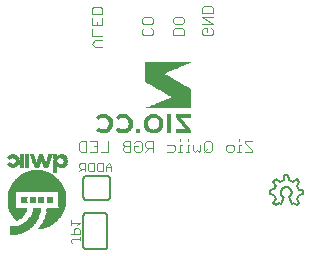
<source format=gbr>
G04 EAGLE Gerber RS-274X export*
G75*
%MOMM*%
%FSLAX34Y34*%
%LPD*%
%AMOC8*
5,1,8,0,0,1.08239X$1,22.5*%
G01*
%ADD10C,0.101600*%
%ADD11C,0.076200*%
%ADD12C,0.152400*%
%ADD13R,0.120000X0.020000*%
%ADD14R,0.340000X0.020000*%
%ADD15R,0.320000X0.020000*%
%ADD16R,0.140000X0.020000*%
%ADD17R,0.280000X0.020000*%
%ADD18R,0.360000X0.020000*%
%ADD19R,0.420000X0.020000*%
%ADD20R,0.380000X0.020000*%
%ADD21R,0.480000X0.020000*%
%ADD22R,0.540000X0.020000*%
%ADD23R,0.560000X0.020000*%
%ADD24R,0.400000X0.020000*%
%ADD25R,0.640000X0.020000*%
%ADD26R,0.620000X0.020000*%
%ADD27R,0.700000X0.020000*%
%ADD28R,0.660000X0.020000*%
%ADD29R,0.740000X0.020000*%
%ADD30R,1.080000X0.020000*%
%ADD31R,0.800000X0.020000*%
%ADD32R,1.100000X0.020000*%
%ADD33R,0.440000X0.020000*%
%ADD34R,0.840000X0.020000*%
%ADD35R,1.120000X0.020000*%
%ADD36R,0.460000X0.020000*%
%ADD37R,0.860000X0.020000*%
%ADD38R,0.900000X0.020000*%
%ADD39R,1.140000X0.020000*%
%ADD40R,0.920000X0.020000*%
%ADD41R,1.160000X0.020000*%
%ADD42R,0.960000X0.020000*%
%ADD43R,0.500000X0.020000*%
%ADD44R,0.520000X0.020000*%
%ADD45R,0.940000X0.020000*%
%ADD46R,0.260000X0.020000*%
%ADD47R,0.180000X0.020000*%
%ADD48R,0.580000X0.020000*%
%ADD49R,0.060000X0.020000*%
%ADD50R,0.600000X0.020000*%
%ADD51R,0.300000X0.020000*%
%ADD52R,0.040000X0.020000*%
%ADD53R,0.100000X0.020000*%
%ADD54R,0.160000X0.020000*%
%ADD55R,0.220000X0.020000*%
%ADD56R,0.980000X0.020000*%
%ADD57R,0.880000X0.020000*%
%ADD58R,0.760000X0.020000*%
%ADD59R,1.060000X0.020000*%
%ADD60R,0.720000X0.020000*%
%ADD61R,0.820000X0.020000*%
%ADD62R,1.180000X0.020000*%
%ADD63R,1.340000X0.020000*%
%ADD64R,1.460000X0.020000*%
%ADD65R,1.600000X0.020000*%
%ADD66R,1.700000X0.020000*%
%ADD67R,1.820000X0.020000*%
%ADD68R,1.900000X0.020000*%
%ADD69R,1.980000X0.020000*%
%ADD70R,2.100000X0.020000*%
%ADD71R,2.160000X0.020000*%
%ADD72R,2.260000X0.020000*%
%ADD73R,2.340000X0.020000*%
%ADD74R,2.400000X0.020000*%
%ADD75R,2.480000X0.020000*%
%ADD76R,2.540000X0.020000*%
%ADD77R,2.600000X0.020000*%
%ADD78R,2.680000X0.020000*%
%ADD79R,2.720000X0.020000*%
%ADD80R,2.800000X0.020000*%
%ADD81R,2.840000X0.020000*%
%ADD82R,2.900000X0.020000*%
%ADD83R,2.960000X0.020000*%
%ADD84R,3.000000X0.020000*%
%ADD85R,3.060000X0.020000*%
%ADD86R,3.120000X0.020000*%
%ADD87R,3.160000X0.020000*%
%ADD88R,3.200000X0.020000*%
%ADD89R,3.260000X0.020000*%
%ADD90R,3.300000X0.020000*%
%ADD91R,3.340000X0.020000*%
%ADD92R,3.380000X0.020000*%
%ADD93R,3.420000X0.020000*%
%ADD94R,3.460000X0.020000*%
%ADD95R,3.520000X0.020000*%
%ADD96R,3.540000X0.020000*%
%ADD97R,3.580000X0.020000*%
%ADD98R,3.620000X0.020000*%
%ADD99R,3.660000X0.020000*%
%ADD100R,3.700000X0.020000*%
%ADD101R,3.740000X0.020000*%
%ADD102R,3.780000X0.020000*%
%ADD103R,3.800000X0.020000*%
%ADD104R,3.840000X0.020000*%
%ADD105R,3.860000X0.020000*%
%ADD106R,3.900000X0.020000*%
%ADD107R,3.940000X0.020000*%
%ADD108R,3.960000X0.020000*%
%ADD109R,3.980000X0.020000*%
%ADD110R,4.020000X0.020000*%
%ADD111R,4.060000X0.020000*%
%ADD112R,4.080000X0.020000*%
%ADD113R,4.100000X0.020000*%
%ADD114R,4.120000X0.020000*%
%ADD115R,4.160000X0.020000*%
%ADD116R,4.180000X0.020000*%
%ADD117R,4.200000X0.020000*%
%ADD118R,4.240000X0.020000*%
%ADD119R,4.260000X0.020000*%
%ADD120R,4.280000X0.020000*%
%ADD121R,4.300000X0.020000*%
%ADD122R,4.320000X0.020000*%
%ADD123R,4.340000X0.020000*%
%ADD124R,4.380000X0.020000*%
%ADD125R,4.400000X0.020000*%
%ADD126R,4.440000X0.020000*%
%ADD127R,4.460000X0.020000*%
%ADD128R,4.500000X0.020000*%
%ADD129R,4.520000X0.020000*%
%ADD130R,4.540000X0.020000*%
%ADD131R,4.560000X0.020000*%
%ADD132R,4.580000X0.020000*%
%ADD133R,4.600000X0.020000*%
%ADD134R,4.620000X0.020000*%
%ADD135R,4.640000X0.020000*%
%ADD136R,4.660000X0.020000*%
%ADD137R,4.680000X0.020000*%
%ADD138R,4.700000X0.020000*%
%ADD139R,4.720000X0.020000*%
%ADD140R,4.740000X0.020000*%
%ADD141R,0.680000X0.020000*%
%ADD142R,1.480000X0.020000*%
%ADD143R,1.580000X0.020000*%
%ADD144R,1.560000X0.020000*%
%ADD145R,1.540000X0.020000*%
%ADD146R,1.520000X0.020000*%
%ADD147R,1.500000X0.020000*%
%ADD148R,1.440000X0.020000*%
%ADD149R,1.400000X0.020000*%
%ADD150R,1.420000X0.020000*%
%ADD151R,1.380000X0.020000*%
%ADD152R,1.360000X0.020000*%
%ADD153R,1.320000X0.020000*%
%ADD154R,1.300000X0.020000*%
%ADD155R,1.260000X0.020000*%
%ADD156R,1.220000X0.020000*%
%ADD157R,1.200000X0.020000*%
%ADD158R,1.040000X0.020000*%
%ADD159R,1.020000X0.020000*%
%ADD160R,1.000000X0.020000*%
%ADD161R,1.280000X0.020000*%
%ADD162R,0.780000X0.020000*%
%ADD163R,1.240000X0.020000*%
%ADD164R,0.020000X0.020000*%
%ADD165R,1.840000X0.020000*%
%ADD166R,1.800000X0.020000*%
%ADD167R,1.780000X0.020000*%
%ADD168R,1.760000X0.020000*%
%ADD169R,1.740000X0.020000*%
%ADD170R,1.680000X0.020000*%
%ADD171R,1.660000X0.020000*%
%ADD172R,1.620000X0.020000*%

G36*
X163770Y165070D02*
X163770Y165070D01*
X163770Y165071D01*
X163771Y165072D01*
X163766Y166433D01*
X163763Y167793D01*
X163758Y169155D01*
X163753Y170516D01*
X163748Y171878D01*
X163744Y173238D01*
X163739Y174600D01*
X163734Y175961D01*
X163731Y177323D01*
X163726Y178683D01*
X163721Y180045D01*
X163717Y181406D01*
X163712Y181411D01*
X163711Y181416D01*
X162488Y182126D01*
X161264Y182835D01*
X160042Y183545D01*
X158820Y184255D01*
X157597Y184964D01*
X156375Y185674D01*
X155151Y186383D01*
X153928Y187093D01*
X152706Y187803D01*
X151455Y188528D01*
X150206Y189254D01*
X148955Y189979D01*
X147705Y190703D01*
X146456Y191428D01*
X145205Y192154D01*
X143956Y192878D01*
X142705Y193602D01*
X141472Y194315D01*
X142764Y195054D01*
X144215Y195685D01*
X145671Y196306D01*
X147129Y196922D01*
X148587Y197536D01*
X150046Y198149D01*
X151506Y198762D01*
X152913Y199353D01*
X154319Y199943D01*
X155726Y200534D01*
X157131Y201124D01*
X158539Y201715D01*
X159945Y202305D01*
X161350Y202896D01*
X162757Y203486D01*
X163709Y203890D01*
X163712Y203895D01*
X163716Y203899D01*
X163715Y203901D01*
X163716Y203904D01*
X163709Y203907D01*
X163705Y203913D01*
X159229Y203913D01*
X157739Y203914D01*
X150281Y203914D01*
X148788Y203916D01*
X139838Y203916D01*
X139078Y203917D01*
X139049Y203917D01*
X138347Y203917D01*
X130889Y203917D01*
X129397Y203919D01*
X124922Y203919D01*
X124910Y203909D01*
X124911Y203908D01*
X124910Y203907D01*
X124910Y202545D01*
X124912Y201183D01*
X124912Y199819D01*
X124913Y198457D01*
X124913Y197095D01*
X124915Y195733D01*
X124915Y194369D01*
X124916Y193007D01*
X124916Y191645D01*
X124918Y190283D01*
X124920Y188921D01*
X124920Y187557D01*
X124925Y187552D01*
X124926Y187547D01*
X126213Y186802D01*
X127502Y186058D01*
X128789Y185312D01*
X130077Y184567D01*
X131366Y183821D01*
X132653Y183077D01*
X133941Y182332D01*
X135189Y181610D01*
X136436Y180889D01*
X137683Y180167D01*
X138930Y179444D01*
X140178Y178724D01*
X141426Y178001D01*
X142672Y177279D01*
X143920Y176557D01*
X145166Y175834D01*
X146240Y175198D01*
X147212Y174487D01*
X145853Y173908D01*
X144472Y173325D01*
X143093Y172744D01*
X140330Y171582D01*
X138949Y171003D01*
X137568Y170422D01*
X136187Y169842D01*
X134804Y169263D01*
X133420Y168682D01*
X132037Y168101D01*
X130655Y167518D01*
X129272Y166936D01*
X127889Y166353D01*
X126508Y165769D01*
X125128Y165180D01*
X125126Y165174D01*
X125121Y165171D01*
X125123Y165169D01*
X125122Y165166D01*
X125128Y165162D01*
X125133Y165157D01*
X126609Y165120D01*
X128089Y165106D01*
X129569Y165097D01*
X131050Y165089D01*
X132529Y165084D01*
X134009Y165078D01*
X135488Y165074D01*
X136968Y165071D01*
X138447Y165068D01*
X139927Y165065D01*
X141407Y165063D01*
X142888Y165063D01*
X144367Y165062D01*
X154808Y165062D01*
X156300Y165060D01*
X163759Y165060D01*
X163770Y165070D01*
G37*
G36*
X132291Y143933D02*
X132291Y143933D01*
X132292Y143932D01*
X133310Y144016D01*
X133653Y144045D01*
X133654Y144046D01*
X133655Y144045D01*
X134976Y144409D01*
X134976Y144410D01*
X134977Y144409D01*
X136228Y144970D01*
X136229Y144971D01*
X136230Y144971D01*
X137371Y145728D01*
X137372Y145729D01*
X137373Y145729D01*
X138373Y146666D01*
X138373Y146667D01*
X138374Y146667D01*
X139197Y147763D01*
X139197Y147764D01*
X139198Y147764D01*
X139819Y148985D01*
X139818Y148987D01*
X139819Y148987D01*
X140173Y150171D01*
X140173Y150173D01*
X140174Y150173D01*
X140186Y150258D01*
X140188Y150270D01*
X140190Y150282D01*
X140191Y150294D01*
X140193Y150306D01*
X140214Y150449D01*
X140216Y150461D01*
X140218Y150473D01*
X140219Y150485D01*
X140220Y150485D01*
X140221Y150497D01*
X140241Y150628D01*
X140242Y150640D01*
X140244Y150652D01*
X140246Y150664D01*
X140248Y150676D01*
X140267Y150807D01*
X140269Y150819D01*
X140270Y150831D01*
X140272Y150843D01*
X140274Y150855D01*
X140293Y150986D01*
X140295Y150998D01*
X140297Y151010D01*
X140298Y151022D01*
X140300Y151034D01*
X140321Y151177D01*
X140323Y151189D01*
X140325Y151201D01*
X140326Y151213D01*
X140328Y151225D01*
X140347Y151356D01*
X140349Y151368D01*
X140351Y151380D01*
X140353Y151392D01*
X140353Y151396D01*
X140353Y151397D01*
X140380Y152634D01*
X140380Y152635D01*
X140233Y153863D01*
X140231Y153864D01*
X140232Y153865D01*
X139769Y155316D01*
X139767Y155316D01*
X139768Y155318D01*
X139033Y156653D01*
X139031Y156653D01*
X139031Y156655D01*
X138066Y157834D01*
X138065Y157834D01*
X138065Y157836D01*
X136903Y158822D01*
X136901Y158822D01*
X136901Y158823D01*
X135578Y159580D01*
X135577Y159580D01*
X135577Y159581D01*
X134419Y160019D01*
X134418Y160018D01*
X134417Y160020D01*
X133311Y160205D01*
X133198Y160224D01*
X133197Y160224D01*
X133196Y160225D01*
X133131Y160227D01*
X133130Y160227D01*
X132759Y160239D01*
X132758Y160239D01*
X132387Y160251D01*
X132386Y160251D01*
X132015Y160262D01*
X132015Y160263D01*
X132014Y160263D01*
X131960Y160264D01*
X131959Y160264D01*
X131863Y160263D01*
X131861Y160263D01*
X131861Y160262D01*
X131204Y160251D01*
X131203Y160251D01*
X130734Y160242D01*
X130733Y160241D01*
X130732Y160242D01*
X129528Y160024D01*
X129527Y160023D01*
X129526Y160024D01*
X128236Y159544D01*
X128235Y159543D01*
X128234Y159544D01*
X127034Y158866D01*
X127033Y158864D01*
X127032Y158865D01*
X125964Y157995D01*
X125963Y157993D01*
X125962Y157993D01*
X125061Y156952D01*
X125061Y156950D01*
X125059Y156950D01*
X124348Y155771D01*
X124348Y155769D01*
X124347Y155769D01*
X123836Y154489D01*
X123837Y154488D01*
X123835Y154487D01*
X123612Y153312D01*
X123612Y153311D01*
X123611Y153310D01*
X123592Y152109D01*
X123593Y152108D01*
X123592Y152108D01*
X123623Y150875D01*
X123624Y150874D01*
X123623Y150872D01*
X123883Y149672D01*
X123884Y149671D01*
X123884Y149670D01*
X124385Y148446D01*
X124387Y148446D01*
X124386Y148445D01*
X125083Y147322D01*
X125085Y147322D01*
X125084Y147321D01*
X125959Y146330D01*
X125960Y146330D01*
X125960Y146329D01*
X127038Y145421D01*
X127040Y145421D01*
X127040Y145420D01*
X128256Y144708D01*
X128257Y144709D01*
X128258Y144707D01*
X129577Y144214D01*
X129579Y144214D01*
X129579Y144213D01*
X130926Y143988D01*
X130927Y143988D01*
X132291Y143932D01*
X132291Y143933D01*
G37*
G36*
X163875Y144223D02*
X163875Y144223D01*
X163874Y144224D01*
X163875Y144225D01*
X163875Y146838D01*
X163872Y146842D01*
X163872Y146846D01*
X163004Y147854D01*
X162137Y148863D01*
X161269Y149872D01*
X160401Y150881D01*
X159534Y151889D01*
X158662Y152904D01*
X157791Y153921D01*
X156921Y154937D01*
X156053Y155956D01*
X155211Y156966D01*
X156579Y157003D01*
X157972Y157015D01*
X159366Y157018D01*
X163546Y157018D01*
X163558Y157028D01*
X163557Y157029D01*
X163558Y157030D01*
X163558Y160098D01*
X163547Y160110D01*
X163546Y160110D01*
X150636Y160110D01*
X150624Y160100D01*
X150625Y160099D01*
X150624Y160098D01*
X150624Y157400D01*
X150628Y157396D01*
X150627Y157392D01*
X151491Y156387D01*
X152356Y155380D01*
X153221Y154376D01*
X154085Y153371D01*
X154950Y152366D01*
X155815Y151359D01*
X156679Y150354D01*
X157544Y149350D01*
X158409Y148343D01*
X159256Y147358D01*
X158476Y147353D01*
X158471Y147353D01*
X157840Y147348D01*
X156434Y147341D01*
X156429Y147341D01*
X156400Y147340D01*
X154959Y147331D01*
X154623Y147329D01*
X154619Y147329D01*
X153518Y147321D01*
X152818Y147317D01*
X152813Y147317D01*
X152076Y147312D01*
X150801Y147305D01*
X150795Y147305D01*
X150636Y147304D01*
X150624Y147293D01*
X150625Y147293D01*
X150624Y147292D01*
X150624Y144225D01*
X150635Y144213D01*
X150636Y144214D01*
X150636Y144213D01*
X163863Y144213D01*
X163875Y144223D01*
G37*
G36*
X89994Y143933D02*
X89994Y143933D01*
X89995Y143932D01*
X91378Y144046D01*
X91379Y144048D01*
X91380Y144047D01*
X92831Y144482D01*
X92832Y144483D01*
X92833Y144483D01*
X94184Y145167D01*
X94184Y145168D01*
X94186Y145168D01*
X95383Y146097D01*
X95383Y146098D01*
X95384Y146098D01*
X96377Y147241D01*
X96377Y147243D01*
X96378Y147243D01*
X97132Y148558D01*
X97132Y148559D01*
X97133Y148560D01*
X97635Y149988D01*
X97634Y149990D01*
X97635Y149991D01*
X97827Y151319D01*
X97827Y151320D01*
X97827Y151321D01*
X97848Y152664D01*
X97847Y152665D01*
X97848Y152665D01*
X97692Y153999D01*
X97691Y154000D01*
X97692Y154001D01*
X97255Y155343D01*
X97254Y155343D01*
X97254Y155345D01*
X96596Y156594D01*
X96594Y156594D01*
X96595Y156596D01*
X95733Y157713D01*
X95731Y157714D01*
X95731Y157715D01*
X94688Y158666D01*
X94687Y158666D01*
X94686Y158667D01*
X93486Y159408D01*
X93485Y159408D01*
X93485Y159409D01*
X92215Y159957D01*
X92213Y159956D01*
X92212Y159958D01*
X90858Y160226D01*
X90857Y160225D01*
X90856Y160226D01*
X90838Y160227D01*
X90422Y160239D01*
X90421Y160239D01*
X90006Y160251D01*
X90005Y160251D01*
X89589Y160262D01*
X89589Y160263D01*
X89588Y160263D01*
X89472Y160266D01*
X89471Y160266D01*
X89316Y160263D01*
X89315Y160263D01*
X89315Y160262D01*
X88762Y160251D01*
X88761Y160251D01*
X88220Y160239D01*
X88219Y160239D01*
X88218Y160239D01*
X86990Y160023D01*
X86989Y160022D01*
X86988Y160022D01*
X85899Y159622D01*
X85898Y159621D01*
X85897Y159622D01*
X84869Y159087D01*
X84868Y159085D01*
X84867Y159086D01*
X83929Y158405D01*
X83929Y158404D01*
X83928Y158404D01*
X83328Y157869D01*
X83326Y157853D01*
X83327Y157853D01*
X83327Y157852D01*
X83867Y157235D01*
X84406Y156617D01*
X84957Y155985D01*
X85505Y155349D01*
X85520Y155347D01*
X85521Y155347D01*
X86212Y155824D01*
X87462Y156577D01*
X88851Y157013D01*
X90305Y157035D01*
X91685Y156584D01*
X92838Y155701D01*
X93707Y154442D01*
X94159Y152980D01*
X94174Y151450D01*
X93767Y149973D01*
X92955Y148676D01*
X91775Y147707D01*
X90331Y147207D01*
X89671Y147203D01*
X89666Y147203D01*
X88832Y147198D01*
X87400Y147641D01*
X86132Y148451D01*
X85485Y148973D01*
X85469Y148972D01*
X84907Y148409D01*
X83216Y146713D01*
X83215Y146697D01*
X83217Y146697D01*
X83216Y146696D01*
X83617Y146318D01*
X84697Y145411D01*
X84698Y145411D01*
X84698Y145410D01*
X85906Y144685D01*
X85908Y144685D01*
X85908Y144684D01*
X87231Y144198D01*
X87232Y144198D01*
X87233Y144197D01*
X88605Y143986D01*
X88605Y143987D01*
X88606Y143986D01*
X89993Y143932D01*
X89994Y143933D01*
G37*
G36*
X106714Y143898D02*
X106714Y143898D01*
X106714Y143897D01*
X107978Y144015D01*
X107979Y144016D01*
X107980Y144015D01*
X109376Y144391D01*
X109376Y144393D01*
X109378Y144392D01*
X110678Y145021D01*
X110678Y145022D01*
X110680Y145022D01*
X111851Y145868D01*
X111851Y145869D01*
X111853Y145869D01*
X112858Y146907D01*
X112858Y146909D01*
X112859Y146909D01*
X113648Y148119D01*
X113648Y148120D01*
X113649Y148121D01*
X114201Y149365D01*
X114201Y149367D01*
X114202Y149367D01*
X114515Y150693D01*
X114514Y150694D01*
X114515Y150695D01*
X114595Y152055D01*
X114594Y152056D01*
X114595Y152057D01*
X114545Y153307D01*
X114544Y153308D01*
X114545Y153309D01*
X114301Y154535D01*
X114299Y154536D01*
X114300Y154537D01*
X113836Y155699D01*
X113835Y155700D01*
X113836Y155701D01*
X113155Y156880D01*
X113153Y156881D01*
X113154Y156882D01*
X112287Y157931D01*
X112285Y157931D01*
X112285Y157933D01*
X111253Y158820D01*
X111252Y158820D01*
X111252Y158821D01*
X110080Y159513D01*
X110079Y159513D01*
X110079Y159514D01*
X108990Y159952D01*
X108988Y159952D01*
X108988Y159953D01*
X107841Y160196D01*
X107840Y160195D01*
X107840Y160196D01*
X106668Y160285D01*
X106668Y160284D01*
X106667Y160285D01*
X106026Y160275D01*
X106024Y160275D01*
X105227Y160263D01*
X105225Y160263D01*
X105181Y160263D01*
X105180Y160262D01*
X105179Y160263D01*
X103716Y160013D01*
X103715Y160012D01*
X103713Y160013D01*
X102324Y159484D01*
X102324Y159483D01*
X102322Y159483D01*
X101184Y158793D01*
X101184Y158791D01*
X101183Y158791D01*
X100182Y157923D01*
X100181Y157914D01*
X100180Y157913D01*
X100181Y157912D01*
X100180Y157907D01*
X100181Y157907D01*
X100180Y157907D01*
X100662Y157213D01*
X101208Y156560D01*
X101742Y155949D01*
X102277Y155334D01*
X102283Y155334D01*
X102283Y155333D01*
X102286Y155333D01*
X102292Y155332D01*
X102293Y155333D01*
X102948Y155820D01*
X104194Y156573D01*
X105577Y157018D01*
X107027Y157040D01*
X108408Y156595D01*
X109510Y155792D01*
X110317Y154690D01*
X110796Y153409D01*
X110945Y152050D01*
X110916Y151837D01*
X110911Y151801D01*
X110876Y151539D01*
X110871Y151503D01*
X110836Y151240D01*
X110831Y151204D01*
X110796Y150942D01*
X110791Y150906D01*
X110763Y150694D01*
X110245Y149430D01*
X109397Y148358D01*
X108215Y147552D01*
X106836Y147171D01*
X106633Y147180D01*
X106632Y147180D01*
X106369Y147192D01*
X106106Y147204D01*
X105843Y147216D01*
X105580Y147228D01*
X105404Y147236D01*
X104045Y147693D01*
X102834Y148467D01*
X102204Y148973D01*
X102189Y148972D01*
X102188Y148972D01*
X101117Y147897D01*
X100560Y147321D01*
X100560Y147320D01*
X100559Y147320D01*
X100045Y146706D01*
X100045Y146690D01*
X100888Y145855D01*
X100889Y145855D01*
X100890Y145854D01*
X101845Y145135D01*
X101847Y145135D01*
X101847Y145133D01*
X102974Y144549D01*
X102975Y144550D01*
X102976Y144548D01*
X104187Y144164D01*
X104188Y144165D01*
X104189Y144164D01*
X105441Y143950D01*
X105442Y143950D01*
X105443Y143949D01*
X106713Y143897D01*
X106714Y143898D01*
G37*
%LPC*%
G36*
X131232Y147204D02*
X131232Y147204D01*
X129898Y147609D01*
X128750Y148404D01*
X127887Y149502D01*
X127361Y150794D01*
X127193Y152181D01*
X127391Y153564D01*
X127939Y154848D01*
X128838Y155892D01*
X130009Y156625D01*
X131328Y157029D01*
X132705Y157038D01*
X133305Y156841D01*
X134162Y156555D01*
X135384Y155632D01*
X136243Y154361D01*
X136678Y152889D01*
X136675Y151358D01*
X136224Y149893D01*
X135360Y148627D01*
X134149Y147690D01*
X133305Y147411D01*
X132696Y147212D01*
X132012Y147109D01*
X131232Y147204D01*
G37*
%LPD*%
G36*
X147156Y144223D02*
X147156Y144223D01*
X147155Y144224D01*
X147156Y144225D01*
X147156Y160103D01*
X147145Y160115D01*
X147144Y160114D01*
X147144Y160115D01*
X147066Y160114D01*
X147065Y160114D01*
X146347Y160102D01*
X146345Y160102D01*
X146283Y160101D01*
X145629Y160090D01*
X145627Y160090D01*
X145424Y160086D01*
X144962Y160078D01*
X144960Y160078D01*
X144564Y160071D01*
X144288Y160066D01*
X144286Y160066D01*
X143705Y160056D01*
X143693Y160046D01*
X143694Y160045D01*
X143693Y160044D01*
X143687Y158463D01*
X143682Y156881D01*
X143676Y155299D01*
X143671Y153717D01*
X143666Y152135D01*
X143660Y150553D01*
X143655Y148972D01*
X143649Y147389D01*
X143644Y145808D01*
X143639Y144225D01*
X143650Y144213D01*
X143651Y144214D01*
X143651Y144213D01*
X147144Y144213D01*
X147156Y144223D01*
G37*
G36*
X120913Y144223D02*
X120913Y144223D01*
X120912Y144224D01*
X120913Y144225D01*
X120913Y147822D01*
X120902Y147834D01*
X120902Y147833D01*
X120901Y147834D01*
X117304Y147834D01*
X117292Y147824D01*
X117292Y147823D01*
X117292Y147822D01*
X117292Y144225D01*
X117302Y144213D01*
X117303Y144214D01*
X117304Y144213D01*
X120901Y144213D01*
X120913Y144223D01*
G37*
D10*
X180601Y232923D02*
X182126Y231398D01*
X182126Y228347D01*
X180601Y226822D01*
X174499Y226822D01*
X172974Y228347D01*
X172974Y231398D01*
X174499Y232923D01*
X177550Y232923D01*
X177550Y229873D01*
X172974Y236177D02*
X182126Y236177D01*
X172974Y242278D01*
X182126Y242278D01*
X182126Y245532D02*
X172974Y245532D01*
X172974Y250108D01*
X174499Y251634D01*
X180601Y251634D01*
X182126Y250108D01*
X182126Y245532D01*
X157488Y227076D02*
X148336Y227076D01*
X148336Y231652D01*
X149861Y233177D01*
X155963Y233177D01*
X157488Y231652D01*
X157488Y227076D01*
X157488Y237956D02*
X157488Y241007D01*
X157488Y237956D02*
X155963Y236431D01*
X149861Y236431D01*
X148336Y237956D01*
X148336Y241007D01*
X149861Y242532D01*
X155963Y242532D01*
X157488Y241007D01*
X131580Y231398D02*
X130055Y232923D01*
X131580Y231398D02*
X131580Y228347D01*
X130055Y226822D01*
X123953Y226822D01*
X122428Y228347D01*
X122428Y231398D01*
X123953Y232923D01*
X131580Y237702D02*
X131580Y240753D01*
X131580Y237702D02*
X130055Y236177D01*
X123953Y236177D01*
X122428Y237702D01*
X122428Y240753D01*
X123953Y242278D01*
X130055Y242278D01*
X131580Y240753D01*
X88654Y216662D02*
X82553Y216662D01*
X79502Y219713D01*
X82553Y222763D01*
X88654Y222763D01*
X88654Y226017D02*
X79502Y226017D01*
X79502Y232118D01*
X88654Y235372D02*
X88654Y241474D01*
X88654Y235372D02*
X79502Y235372D01*
X79502Y241474D01*
X84078Y238423D02*
X84078Y235372D01*
X88654Y244728D02*
X79502Y244728D01*
X79502Y249303D01*
X81027Y250829D01*
X87129Y250829D01*
X88654Y249303D01*
X88654Y244728D01*
D11*
X96393Y116548D02*
X96393Y111633D01*
X96393Y116548D02*
X93936Y119005D01*
X91478Y116548D01*
X91478Y111633D01*
X91478Y115319D02*
X96393Y115319D01*
X88909Y119005D02*
X88909Y111633D01*
X85223Y111633D01*
X83994Y112862D01*
X83994Y117777D01*
X85223Y119005D01*
X88909Y119005D01*
X81425Y119005D02*
X81425Y111633D01*
X77739Y111633D01*
X76510Y112862D01*
X76510Y117777D01*
X77739Y119005D01*
X81425Y119005D01*
X73941Y119005D02*
X73941Y111633D01*
X73941Y119005D02*
X70254Y119005D01*
X69026Y117777D01*
X69026Y115319D01*
X70254Y114090D01*
X73941Y114090D01*
X71483Y114090D02*
X69026Y111633D01*
D10*
X209291Y137422D02*
X215392Y137422D01*
X209291Y137422D02*
X209291Y135897D01*
X215392Y129795D01*
X215392Y128270D01*
X209291Y128270D01*
X206037Y134371D02*
X204512Y134371D01*
X204512Y128270D01*
X206037Y128270D02*
X202986Y128270D01*
X204512Y137422D02*
X204512Y138947D01*
X198275Y128270D02*
X195224Y128270D01*
X193699Y129795D01*
X193699Y132846D01*
X195224Y134371D01*
X198275Y134371D01*
X199800Y132846D01*
X199800Y129795D01*
X198275Y128270D01*
X181090Y129795D02*
X181090Y135897D01*
X179564Y137422D01*
X176514Y137422D01*
X174988Y135897D01*
X174988Y129795D01*
X176514Y128270D01*
X179564Y128270D01*
X181090Y129795D01*
X178039Y131321D02*
X174988Y128270D01*
X171734Y129795D02*
X171734Y134371D01*
X171734Y129795D02*
X170209Y128270D01*
X168684Y129795D01*
X167159Y128270D01*
X165633Y129795D01*
X165633Y134371D01*
X162379Y134371D02*
X160854Y134371D01*
X160854Y128270D01*
X162379Y128270D02*
X159329Y128270D01*
X160854Y137422D02*
X160854Y138947D01*
X156143Y134371D02*
X154617Y134371D01*
X154617Y128270D01*
X153092Y128270D02*
X156143Y128270D01*
X154617Y137422D02*
X154617Y138947D01*
X148380Y134371D02*
X143805Y134371D01*
X148380Y134371D02*
X149906Y132846D01*
X149906Y129795D01*
X148380Y128270D01*
X143805Y128270D01*
X131195Y128270D02*
X131195Y137422D01*
X126619Y137422D01*
X125094Y135897D01*
X125094Y132846D01*
X126619Y131321D01*
X131195Y131321D01*
X128145Y131321D02*
X125094Y128270D01*
X117264Y137422D02*
X115739Y135897D01*
X117264Y137422D02*
X120315Y137422D01*
X121840Y135897D01*
X121840Y129795D01*
X120315Y128270D01*
X117264Y128270D01*
X115739Y129795D01*
X115739Y132846D01*
X118790Y132846D01*
X112485Y128270D02*
X112485Y137422D01*
X107909Y137422D01*
X106384Y135897D01*
X106384Y134371D01*
X107909Y132846D01*
X106384Y131321D01*
X106384Y129795D01*
X107909Y128270D01*
X112485Y128270D01*
X112485Y132846D02*
X107909Y132846D01*
X93775Y137422D02*
X93775Y128270D01*
X87673Y128270D01*
X84419Y137422D02*
X78318Y137422D01*
X84419Y137422D02*
X84419Y128270D01*
X78318Y128270D01*
X81369Y132846D02*
X84419Y132846D01*
X75064Y137422D02*
X75064Y128270D01*
X70488Y128270D01*
X68963Y129795D01*
X68963Y135897D01*
X70488Y137422D01*
X75064Y137422D01*
D11*
X62103Y52156D02*
X63332Y50927D01*
X62103Y52156D02*
X62103Y53384D01*
X63332Y54613D01*
X69475Y54613D01*
X69475Y53384D02*
X69475Y55842D01*
X69475Y58411D02*
X62103Y58411D01*
X69475Y58411D02*
X69475Y62097D01*
X68247Y63326D01*
X65789Y63326D01*
X64560Y62097D01*
X64560Y58411D01*
X67018Y65895D02*
X69475Y68353D01*
X62103Y68353D01*
X62103Y70810D02*
X62103Y65895D01*
D12*
X72390Y73914D02*
X72390Y48514D01*
X92710Y73914D02*
X92708Y74014D01*
X92702Y74113D01*
X92692Y74213D01*
X92679Y74311D01*
X92661Y74410D01*
X92640Y74507D01*
X92615Y74603D01*
X92586Y74699D01*
X92553Y74793D01*
X92517Y74886D01*
X92477Y74977D01*
X92433Y75067D01*
X92386Y75155D01*
X92336Y75241D01*
X92282Y75325D01*
X92225Y75407D01*
X92165Y75486D01*
X92101Y75564D01*
X92035Y75638D01*
X91966Y75710D01*
X91894Y75779D01*
X91820Y75845D01*
X91742Y75909D01*
X91663Y75969D01*
X91581Y76026D01*
X91497Y76080D01*
X91411Y76130D01*
X91323Y76177D01*
X91233Y76221D01*
X91142Y76261D01*
X91049Y76297D01*
X90955Y76330D01*
X90859Y76359D01*
X90763Y76384D01*
X90666Y76405D01*
X90567Y76423D01*
X90469Y76436D01*
X90369Y76446D01*
X90270Y76452D01*
X90170Y76454D01*
X92710Y48514D02*
X92708Y48414D01*
X92702Y48315D01*
X92692Y48215D01*
X92679Y48117D01*
X92661Y48018D01*
X92640Y47921D01*
X92615Y47825D01*
X92586Y47729D01*
X92553Y47635D01*
X92517Y47542D01*
X92477Y47451D01*
X92433Y47361D01*
X92386Y47273D01*
X92336Y47187D01*
X92282Y47103D01*
X92225Y47021D01*
X92165Y46942D01*
X92101Y46864D01*
X92035Y46790D01*
X91966Y46718D01*
X91894Y46649D01*
X91820Y46583D01*
X91742Y46519D01*
X91663Y46459D01*
X91581Y46402D01*
X91497Y46348D01*
X91411Y46298D01*
X91323Y46251D01*
X91233Y46207D01*
X91142Y46167D01*
X91049Y46131D01*
X90955Y46098D01*
X90859Y46069D01*
X90763Y46044D01*
X90666Y46023D01*
X90567Y46005D01*
X90469Y45992D01*
X90369Y45982D01*
X90270Y45976D01*
X90170Y45974D01*
X74930Y45974D02*
X74830Y45976D01*
X74731Y45982D01*
X74631Y45992D01*
X74533Y46005D01*
X74434Y46023D01*
X74337Y46044D01*
X74241Y46069D01*
X74145Y46098D01*
X74051Y46131D01*
X73958Y46167D01*
X73867Y46207D01*
X73777Y46251D01*
X73689Y46298D01*
X73603Y46348D01*
X73519Y46402D01*
X73437Y46459D01*
X73358Y46519D01*
X73280Y46583D01*
X73206Y46649D01*
X73134Y46718D01*
X73065Y46790D01*
X72999Y46864D01*
X72935Y46942D01*
X72875Y47021D01*
X72818Y47103D01*
X72764Y47187D01*
X72714Y47273D01*
X72667Y47361D01*
X72623Y47451D01*
X72583Y47542D01*
X72547Y47635D01*
X72514Y47729D01*
X72485Y47825D01*
X72460Y47921D01*
X72439Y48018D01*
X72421Y48117D01*
X72408Y48215D01*
X72398Y48315D01*
X72392Y48414D01*
X72390Y48514D01*
X72390Y73914D02*
X72392Y74014D01*
X72398Y74113D01*
X72408Y74213D01*
X72421Y74311D01*
X72439Y74410D01*
X72460Y74507D01*
X72485Y74603D01*
X72514Y74699D01*
X72547Y74793D01*
X72583Y74886D01*
X72623Y74977D01*
X72667Y75067D01*
X72714Y75155D01*
X72764Y75241D01*
X72818Y75325D01*
X72875Y75407D01*
X72935Y75486D01*
X72999Y75564D01*
X73065Y75638D01*
X73134Y75710D01*
X73206Y75779D01*
X73280Y75845D01*
X73358Y75909D01*
X73437Y75969D01*
X73519Y76026D01*
X73603Y76080D01*
X73689Y76130D01*
X73777Y76177D01*
X73867Y76221D01*
X73958Y76261D01*
X74051Y76297D01*
X74145Y76330D01*
X74241Y76359D01*
X74337Y76384D01*
X74434Y76405D01*
X74533Y76423D01*
X74631Y76436D01*
X74731Y76446D01*
X74830Y76452D01*
X74930Y76454D01*
X90170Y76454D01*
X90170Y45974D02*
X74930Y45974D01*
X92710Y48514D02*
X92710Y73914D01*
X92456Y107950D02*
X75184Y107950D01*
X94996Y90170D02*
X94994Y90070D01*
X94988Y89971D01*
X94978Y89871D01*
X94965Y89773D01*
X94947Y89674D01*
X94926Y89577D01*
X94901Y89481D01*
X94872Y89385D01*
X94839Y89291D01*
X94803Y89198D01*
X94763Y89107D01*
X94719Y89017D01*
X94672Y88929D01*
X94622Y88843D01*
X94568Y88759D01*
X94511Y88677D01*
X94451Y88598D01*
X94387Y88520D01*
X94321Y88446D01*
X94252Y88374D01*
X94180Y88305D01*
X94106Y88239D01*
X94028Y88175D01*
X93949Y88115D01*
X93867Y88058D01*
X93783Y88004D01*
X93697Y87954D01*
X93609Y87907D01*
X93519Y87863D01*
X93428Y87823D01*
X93335Y87787D01*
X93241Y87754D01*
X93145Y87725D01*
X93049Y87700D01*
X92952Y87679D01*
X92853Y87661D01*
X92755Y87648D01*
X92655Y87638D01*
X92556Y87632D01*
X92456Y87630D01*
X75184Y87630D02*
X75084Y87632D01*
X74985Y87638D01*
X74885Y87648D01*
X74787Y87661D01*
X74688Y87679D01*
X74591Y87700D01*
X74495Y87725D01*
X74399Y87754D01*
X74305Y87787D01*
X74212Y87823D01*
X74121Y87863D01*
X74031Y87907D01*
X73943Y87954D01*
X73857Y88004D01*
X73773Y88058D01*
X73691Y88115D01*
X73612Y88175D01*
X73534Y88239D01*
X73460Y88305D01*
X73388Y88374D01*
X73319Y88446D01*
X73253Y88520D01*
X73189Y88598D01*
X73129Y88677D01*
X73072Y88759D01*
X73018Y88843D01*
X72968Y88929D01*
X72921Y89017D01*
X72877Y89107D01*
X72837Y89198D01*
X72801Y89291D01*
X72768Y89385D01*
X72739Y89481D01*
X72714Y89577D01*
X72693Y89674D01*
X72675Y89773D01*
X72662Y89871D01*
X72652Y89971D01*
X72646Y90070D01*
X72644Y90170D01*
X72644Y105410D02*
X72646Y105510D01*
X72652Y105609D01*
X72662Y105709D01*
X72675Y105807D01*
X72693Y105906D01*
X72714Y106003D01*
X72739Y106099D01*
X72768Y106195D01*
X72801Y106289D01*
X72837Y106382D01*
X72877Y106473D01*
X72921Y106563D01*
X72968Y106651D01*
X73018Y106737D01*
X73072Y106821D01*
X73129Y106903D01*
X73189Y106982D01*
X73253Y107060D01*
X73319Y107134D01*
X73388Y107206D01*
X73460Y107275D01*
X73534Y107341D01*
X73612Y107405D01*
X73691Y107465D01*
X73773Y107522D01*
X73857Y107576D01*
X73943Y107626D01*
X74031Y107673D01*
X74121Y107717D01*
X74212Y107757D01*
X74305Y107793D01*
X74399Y107826D01*
X74495Y107855D01*
X74591Y107880D01*
X74688Y107901D01*
X74787Y107919D01*
X74885Y107932D01*
X74985Y107942D01*
X75084Y107948D01*
X75184Y107950D01*
X92456Y107950D02*
X92556Y107948D01*
X92655Y107942D01*
X92755Y107932D01*
X92853Y107919D01*
X92952Y107901D01*
X93049Y107880D01*
X93145Y107855D01*
X93241Y107826D01*
X93335Y107793D01*
X93428Y107757D01*
X93519Y107717D01*
X93609Y107673D01*
X93697Y107626D01*
X93783Y107576D01*
X93867Y107522D01*
X93949Y107465D01*
X94028Y107405D01*
X94106Y107341D01*
X94180Y107275D01*
X94252Y107206D01*
X94321Y107134D01*
X94387Y107060D01*
X94451Y106982D01*
X94511Y106903D01*
X94568Y106821D01*
X94622Y106737D01*
X94672Y106651D01*
X94719Y106563D01*
X94763Y106473D01*
X94803Y106382D01*
X94839Y106289D01*
X94872Y106195D01*
X94901Y106099D01*
X94926Y106003D01*
X94947Y105906D01*
X94965Y105807D01*
X94978Y105709D01*
X94988Y105609D01*
X94994Y105510D01*
X94996Y105410D01*
X94996Y90170D01*
X72644Y90170D02*
X72644Y105410D01*
X75184Y87630D02*
X92456Y87630D01*
X246380Y89916D02*
X248920Y84074D01*
X250190Y84836D01*
X253238Y82804D01*
X255524Y85090D01*
X253492Y88392D01*
X254762Y91694D01*
X258572Y92456D01*
X258572Y95758D01*
X254762Y96266D01*
X253238Y99568D01*
X255524Y102870D01*
X253238Y105156D01*
X249936Y102870D01*
X246888Y104140D01*
X246126Y108204D01*
X242824Y108204D01*
X242062Y104140D01*
X239014Y102870D01*
X235458Y105156D01*
X233172Y102870D01*
X235458Y99568D01*
X234188Y96520D01*
X230378Y95758D01*
X230378Y92456D01*
X233934Y91694D01*
X235458Y88392D01*
X233172Y85090D01*
X235458Y82804D01*
X238506Y84836D01*
X240030Y84074D01*
X242316Y89916D01*
X242197Y89978D01*
X242079Y90043D01*
X241964Y90112D01*
X241850Y90184D01*
X241739Y90260D01*
X241630Y90339D01*
X241523Y90421D01*
X241419Y90506D01*
X241318Y90594D01*
X241219Y90685D01*
X241123Y90779D01*
X241030Y90876D01*
X240939Y90975D01*
X240852Y91077D01*
X240767Y91182D01*
X240686Y91289D01*
X240608Y91399D01*
X240534Y91511D01*
X240462Y91625D01*
X240394Y91741D01*
X240330Y91859D01*
X240269Y91978D01*
X240211Y92100D01*
X240157Y92223D01*
X240107Y92348D01*
X240061Y92474D01*
X240018Y92602D01*
X239979Y92730D01*
X239944Y92860D01*
X239913Y92991D01*
X239886Y93123D01*
X239862Y93255D01*
X239843Y93388D01*
X239827Y93522D01*
X239816Y93655D01*
X239808Y93790D01*
X239804Y93924D01*
X239805Y94059D01*
X239809Y94193D01*
X239817Y94327D01*
X239830Y94461D01*
X239846Y94595D01*
X239866Y94727D01*
X239890Y94860D01*
X239918Y94991D01*
X239950Y95122D01*
X239986Y95252D01*
X240025Y95380D01*
X240068Y95507D01*
X240115Y95633D01*
X240166Y95758D01*
X240221Y95881D01*
X240279Y96002D01*
X240340Y96121D01*
X240405Y96239D01*
X240474Y96355D01*
X240546Y96468D01*
X240621Y96580D01*
X240700Y96689D01*
X240781Y96796D01*
X240866Y96900D01*
X240954Y97002D01*
X241045Y97101D01*
X241139Y97197D01*
X241236Y97291D01*
X241335Y97381D01*
X241437Y97469D01*
X241541Y97554D01*
X241648Y97635D01*
X241758Y97713D01*
X241869Y97788D01*
X241983Y97860D01*
X242099Y97928D01*
X242217Y97993D01*
X242336Y98054D01*
X242458Y98112D01*
X242581Y98166D01*
X242705Y98217D01*
X242831Y98263D01*
X242959Y98306D01*
X243087Y98346D01*
X243217Y98381D01*
X243348Y98413D01*
X243479Y98440D01*
X243612Y98464D01*
X243745Y98484D01*
X243878Y98500D01*
X244012Y98512D01*
X244146Y98520D01*
X244281Y98524D01*
X244415Y98524D01*
X244550Y98520D01*
X244684Y98512D01*
X244818Y98500D01*
X244951Y98484D01*
X245084Y98464D01*
X245217Y98440D01*
X245348Y98413D01*
X245479Y98381D01*
X245609Y98346D01*
X245737Y98306D01*
X245865Y98263D01*
X245991Y98217D01*
X246115Y98166D01*
X246238Y98112D01*
X246360Y98054D01*
X246479Y97993D01*
X246597Y97928D01*
X246713Y97860D01*
X246827Y97788D01*
X246938Y97713D01*
X247048Y97635D01*
X247155Y97554D01*
X247259Y97469D01*
X247361Y97381D01*
X247460Y97291D01*
X247557Y97197D01*
X247651Y97101D01*
X247742Y97002D01*
X247830Y96900D01*
X247915Y96796D01*
X247996Y96689D01*
X248075Y96580D01*
X248150Y96468D01*
X248222Y96355D01*
X248291Y96239D01*
X248356Y96121D01*
X248417Y96002D01*
X248475Y95881D01*
X248530Y95758D01*
X248581Y95633D01*
X248628Y95507D01*
X248671Y95380D01*
X248710Y95252D01*
X248746Y95122D01*
X248778Y94991D01*
X248806Y94860D01*
X248830Y94727D01*
X248850Y94595D01*
X248866Y94461D01*
X248879Y94327D01*
X248887Y94193D01*
X248891Y94059D01*
X248892Y93924D01*
X248888Y93790D01*
X248880Y93655D01*
X248869Y93522D01*
X248853Y93388D01*
X248834Y93255D01*
X248810Y93123D01*
X248783Y92991D01*
X248752Y92860D01*
X248717Y92730D01*
X248678Y92602D01*
X248635Y92474D01*
X248589Y92348D01*
X248539Y92223D01*
X248485Y92100D01*
X248427Y91978D01*
X248366Y91859D01*
X248302Y91741D01*
X248234Y91625D01*
X248162Y91511D01*
X248088Y91399D01*
X248010Y91289D01*
X247929Y91182D01*
X247844Y91077D01*
X247757Y90975D01*
X247666Y90876D01*
X247573Y90779D01*
X247477Y90685D01*
X247378Y90594D01*
X247277Y90506D01*
X247173Y90421D01*
X247066Y90339D01*
X246957Y90260D01*
X246846Y90184D01*
X246732Y90112D01*
X246617Y90043D01*
X246499Y89978D01*
X246380Y89916D01*
D13*
X54282Y125402D03*
D14*
X48982Y125402D03*
X44782Y125402D03*
D15*
X36882Y125402D03*
X29282Y125402D03*
D14*
X25182Y125402D03*
X20982Y125402D03*
D16*
X13182Y125402D03*
D17*
X54282Y125202D03*
D18*
X48882Y125202D03*
X44682Y125202D03*
X36882Y125202D03*
D14*
X29182Y125202D03*
D18*
X25282Y125202D03*
X20882Y125202D03*
D15*
X13082Y125202D03*
D19*
X54382Y125002D03*
D18*
X48882Y125002D03*
X44682Y125002D03*
D20*
X36982Y125002D03*
D18*
X29282Y125002D03*
X25282Y125002D03*
X20882Y125002D03*
D21*
X13082Y125002D03*
X54282Y124802D03*
D18*
X48882Y124802D03*
X44682Y124802D03*
D20*
X36982Y124802D03*
D14*
X29382Y124802D03*
D18*
X25282Y124802D03*
X20882Y124802D03*
D22*
X13182Y124802D03*
D23*
X54282Y124602D03*
D18*
X48882Y124602D03*
X44482Y124602D03*
D24*
X36882Y124602D03*
D14*
X29382Y124602D03*
D18*
X25282Y124602D03*
X20882Y124602D03*
D25*
X13082Y124602D03*
D26*
X54382Y124402D03*
D18*
X48882Y124402D03*
X44482Y124402D03*
D24*
X36882Y124402D03*
D18*
X29482Y124402D03*
X25282Y124402D03*
X20882Y124402D03*
D27*
X13182Y124402D03*
D28*
X54382Y124202D03*
D20*
X48982Y124202D03*
D14*
X44382Y124202D03*
D19*
X36982Y124202D03*
D14*
X29582Y124202D03*
D18*
X25282Y124202D03*
X20882Y124202D03*
D29*
X13182Y124202D03*
D30*
X52482Y124002D03*
D18*
X44282Y124002D03*
D19*
X36982Y124002D03*
D14*
X29582Y124002D03*
D18*
X25282Y124002D03*
X20882Y124002D03*
D31*
X13082Y124002D03*
D32*
X52582Y123802D03*
D18*
X44282Y123802D03*
D33*
X36882Y123802D03*
D14*
X29582Y123802D03*
D18*
X25282Y123802D03*
X20882Y123802D03*
D34*
X13082Y123802D03*
D35*
X52682Y123602D03*
D14*
X44182Y123602D03*
D36*
X36982Y123602D03*
D14*
X29782Y123602D03*
D18*
X25282Y123602D03*
X20882Y123602D03*
D37*
X13182Y123602D03*
D35*
X52682Y123402D03*
D14*
X44182Y123402D03*
D36*
X36982Y123402D03*
D14*
X29782Y123402D03*
D18*
X25282Y123402D03*
X20882Y123402D03*
D38*
X13182Y123402D03*
D39*
X52782Y123202D03*
D18*
X44082Y123202D03*
D21*
X36882Y123202D03*
D15*
X29882Y123202D03*
D18*
X25282Y123202D03*
X20882Y123202D03*
D40*
X13082Y123202D03*
D41*
X52882Y123002D03*
D14*
X43982Y123002D03*
D21*
X36882Y123002D03*
D14*
X29982Y123002D03*
D18*
X25282Y123002D03*
X20882Y123002D03*
D42*
X13082Y123002D03*
D41*
X52882Y122802D03*
D14*
X43982Y122802D03*
D43*
X36982Y122802D03*
D14*
X29982Y122802D03*
D18*
X25282Y122802D03*
X20882Y122802D03*
D42*
X13282Y122802D03*
D41*
X52882Y122602D03*
D18*
X43882Y122602D03*
D44*
X36882Y122602D03*
D14*
X29982Y122602D03*
D18*
X25282Y122602D03*
X20882Y122602D03*
D45*
X13382Y122602D03*
D21*
X56482Y122402D03*
D22*
X49782Y122402D03*
D14*
X43782Y122402D03*
D44*
X36882Y122402D03*
D15*
X30082Y122402D03*
D18*
X25282Y122402D03*
X20882Y122402D03*
D21*
X15882Y122402D03*
D15*
X10682Y122402D03*
D36*
X56782Y122202D03*
D43*
X49582Y122202D03*
D14*
X43782Y122202D03*
D44*
X36882Y122202D03*
D14*
X30182Y122202D03*
D18*
X25282Y122202D03*
X20882Y122202D03*
D33*
X16082Y122202D03*
D46*
X10582Y122202D03*
D19*
X56982Y122002D03*
D36*
X49382Y122002D03*
D18*
X43682Y122002D03*
D22*
X36982Y122002D03*
D15*
X30282Y122002D03*
D18*
X25282Y122002D03*
X20882Y122002D03*
D19*
X16382Y122002D03*
D47*
X10582Y122002D03*
D24*
X57082Y121802D03*
D33*
X49282Y121802D03*
D14*
X43582Y121802D03*
D22*
X36982Y121802D03*
D15*
X30282Y121802D03*
D18*
X25282Y121802D03*
X20882Y121802D03*
D24*
X16482Y121802D03*
D13*
X10682Y121802D03*
D24*
X57082Y121602D03*
D19*
X49182Y121602D03*
D14*
X43582Y121602D03*
D48*
X36982Y121602D03*
D14*
X30382Y121602D03*
D18*
X25282Y121602D03*
X20882Y121602D03*
D20*
X16582Y121602D03*
D49*
X10782Y121602D03*
D20*
X57182Y121402D03*
D24*
X49082Y121402D03*
D15*
X43482Y121402D03*
D48*
X36982Y121402D03*
D15*
X30482Y121402D03*
D18*
X25282Y121402D03*
X20882Y121402D03*
X16682Y121402D03*
D20*
X57382Y121202D03*
D24*
X49082Y121202D03*
D14*
X43382Y121202D03*
D50*
X36882Y121202D03*
D15*
X30482Y121202D03*
D18*
X25282Y121202D03*
X20882Y121202D03*
D20*
X16782Y121202D03*
X57382Y121002D03*
D24*
X49082Y121002D03*
D14*
X43382Y121002D03*
D50*
X36882Y121002D03*
D15*
X30682Y121002D03*
D18*
X25282Y121002D03*
X20882Y121002D03*
D20*
X16782Y121002D03*
X57382Y120802D03*
X48982Y120802D03*
D15*
X43282Y120802D03*
D17*
X38482Y120802D03*
D51*
X35382Y120802D03*
D15*
X30682Y120802D03*
D18*
X25282Y120802D03*
X20882Y120802D03*
X16882Y120802D03*
X57482Y120602D03*
D20*
X48982Y120602D03*
D14*
X43182Y120602D03*
D17*
X38682Y120602D03*
D51*
X35382Y120602D03*
D15*
X30682Y120602D03*
D18*
X25282Y120602D03*
X20882Y120602D03*
X16882Y120602D03*
X57482Y120402D03*
D20*
X48982Y120402D03*
D14*
X43182Y120402D03*
D17*
X38682Y120402D03*
D51*
X35182Y120402D03*
X30782Y120402D03*
D18*
X25282Y120402D03*
X20882Y120402D03*
X16882Y120402D03*
X57482Y120202D03*
X48882Y120202D03*
D15*
X43082Y120202D03*
D51*
X38782Y120202D03*
X35182Y120202D03*
D15*
X30882Y120202D03*
D18*
X25282Y120202D03*
X20882Y120202D03*
X16882Y120202D03*
X57482Y120002D03*
X48882Y120002D03*
D14*
X42982Y120002D03*
D51*
X38782Y120002D03*
X35182Y120002D03*
D15*
X30882Y120002D03*
D18*
X25282Y120002D03*
X20882Y120002D03*
X16882Y120002D03*
X57482Y119802D03*
X48882Y119802D03*
D15*
X42882Y119802D03*
D17*
X38882Y119802D03*
X35082Y119802D03*
D51*
X30982Y119802D03*
D18*
X25282Y119802D03*
X20882Y119802D03*
X16882Y119802D03*
X57482Y119602D03*
X48882Y119602D03*
D15*
X42882Y119602D03*
D17*
X38882Y119602D03*
D51*
X34982Y119602D03*
D15*
X31082Y119602D03*
D18*
X25282Y119602D03*
X20882Y119602D03*
X16882Y119602D03*
X57482Y119402D03*
X48882Y119402D03*
D15*
X42882Y119402D03*
D17*
X39082Y119402D03*
D51*
X34982Y119402D03*
X31182Y119402D03*
D18*
X25282Y119402D03*
X20882Y119402D03*
X16882Y119402D03*
X57482Y119202D03*
D20*
X48982Y119202D03*
D14*
X42782Y119202D03*
D17*
X39082Y119202D03*
D51*
X34782Y119202D03*
X31182Y119202D03*
D18*
X25282Y119202D03*
X20882Y119202D03*
X16882Y119202D03*
X57482Y119002D03*
D20*
X48982Y119002D03*
D15*
X42682Y119002D03*
D17*
X39082Y119002D03*
D51*
X34782Y119002D03*
X31182Y119002D03*
D18*
X25282Y119002D03*
X20882Y119002D03*
X16882Y119002D03*
D20*
X57382Y118802D03*
X48982Y118802D03*
D15*
X42682Y118802D03*
D17*
X39082Y118802D03*
D51*
X34782Y118802D03*
D15*
X31282Y118802D03*
D18*
X25282Y118802D03*
X20882Y118802D03*
D20*
X16782Y118802D03*
X57382Y118602D03*
D24*
X49082Y118602D03*
D15*
X42482Y118602D03*
D17*
X39282Y118602D03*
D51*
X34782Y118602D03*
X31382Y118602D03*
D18*
X25282Y118602D03*
X20882Y118602D03*
D20*
X16782Y118602D03*
X57382Y118402D03*
D24*
X49082Y118402D03*
D26*
X40982Y118402D03*
X32982Y118402D03*
D18*
X25282Y118402D03*
X20882Y118402D03*
D20*
X16582Y118402D03*
D52*
X10682Y118402D03*
D20*
X57182Y118202D03*
D24*
X49082Y118202D03*
D26*
X40982Y118202D03*
D50*
X33082Y118202D03*
D18*
X25282Y118202D03*
X20882Y118202D03*
D20*
X16582Y118202D03*
D53*
X10582Y118202D03*
D24*
X57082Y118002D03*
D19*
X49182Y118002D03*
D48*
X40982Y118002D03*
X32982Y118002D03*
D18*
X25282Y118002D03*
X20882Y118002D03*
D24*
X16482Y118002D03*
D54*
X10482Y118002D03*
D24*
X57082Y117802D03*
D33*
X49282Y117802D03*
D48*
X40982Y117802D03*
X32982Y117802D03*
D18*
X25282Y117802D03*
X20882Y117802D03*
D19*
X16382Y117802D03*
D55*
X10382Y117802D03*
D19*
X56982Y117602D03*
D36*
X49382Y117602D03*
D48*
X40982Y117602D03*
D23*
X33082Y117602D03*
D18*
X25282Y117602D03*
X20882Y117602D03*
D33*
X16082Y117602D03*
D17*
X10482Y117602D03*
D33*
X56682Y117402D03*
D21*
X49482Y117402D03*
D22*
X40982Y117402D03*
D23*
X33082Y117402D03*
D18*
X25282Y117402D03*
X20882Y117402D03*
D42*
X13482Y117402D03*
D36*
X56582Y117202D03*
D44*
X49682Y117202D03*
D22*
X40982Y117202D03*
X32982Y117202D03*
D18*
X25282Y117202D03*
X20882Y117202D03*
D42*
X13282Y117202D03*
D44*
X56082Y117002D03*
D50*
X50082Y117002D03*
D44*
X40882Y117002D03*
X33082Y117002D03*
D18*
X25282Y117002D03*
X20882Y117002D03*
D56*
X13182Y117002D03*
D41*
X52882Y116802D03*
D43*
X40982Y116802D03*
D44*
X33082Y116802D03*
D18*
X25282Y116802D03*
X20882Y116802D03*
D45*
X13182Y116802D03*
D41*
X52882Y116602D03*
D43*
X40982Y116602D03*
D21*
X33082Y116602D03*
D18*
X25282Y116602D03*
X20882Y116602D03*
D40*
X13082Y116602D03*
D39*
X52782Y116402D03*
D21*
X40882Y116402D03*
X33082Y116402D03*
D18*
X25282Y116402D03*
X20882Y116402D03*
D57*
X13082Y116402D03*
D35*
X52682Y116202D03*
D21*
X40882Y116202D03*
X33082Y116202D03*
D18*
X25282Y116202D03*
X20882Y116202D03*
D34*
X13082Y116202D03*
D32*
X52582Y116002D03*
D36*
X40982Y116002D03*
D33*
X33082Y116002D03*
D18*
X25282Y116002D03*
X20882Y116002D03*
D31*
X13082Y116002D03*
D30*
X52482Y115802D03*
D33*
X40882Y115802D03*
X33082Y115802D03*
D18*
X25282Y115802D03*
X20882Y115802D03*
D58*
X13082Y115802D03*
D59*
X52382Y115602D03*
D19*
X40982Y115602D03*
D33*
X33082Y115602D03*
D18*
X25282Y115602D03*
X20882Y115602D03*
D60*
X13082Y115602D03*
D25*
X54282Y115402D03*
D20*
X48982Y115402D03*
D24*
X40882Y115402D03*
D19*
X33182Y115402D03*
D18*
X25282Y115402D03*
X20882Y115402D03*
D25*
X13082Y115402D03*
D50*
X54282Y115202D03*
D18*
X48882Y115202D03*
D24*
X40882Y115202D03*
X33082Y115202D03*
D18*
X25282Y115202D03*
X20882Y115202D03*
D50*
X13082Y115202D03*
D23*
X54282Y115002D03*
D18*
X48882Y115002D03*
D24*
X40882Y115002D03*
D20*
X33182Y115002D03*
D18*
X25282Y115002D03*
X20882Y115002D03*
D43*
X13182Y115002D03*
D21*
X54282Y114802D03*
D18*
X48882Y114802D03*
X40882Y114802D03*
D20*
X33182Y114802D03*
D18*
X25282Y114802D03*
X20882Y114802D03*
X13082Y114802D03*
D24*
X54282Y114602D03*
D18*
X48882Y114602D03*
X40882Y114602D03*
X33082Y114602D03*
D14*
X25182Y114602D03*
D18*
X20882Y114602D03*
D55*
X13182Y114602D03*
D17*
X54282Y114402D03*
D18*
X48882Y114402D03*
D53*
X54182Y114202D03*
D18*
X48882Y114202D03*
X48882Y114002D03*
X48882Y113802D03*
X48882Y113602D03*
X48882Y113402D03*
X48882Y113202D03*
X48882Y113002D03*
X48882Y112802D03*
X48882Y112602D03*
X48882Y112402D03*
X48882Y112202D03*
X48882Y112002D03*
D19*
X33182Y112002D03*
D18*
X48882Y111802D03*
D61*
X33182Y111802D03*
D18*
X48882Y111602D03*
D56*
X33182Y111602D03*
D18*
X48882Y111402D03*
D62*
X33182Y111402D03*
D18*
X48882Y111202D03*
D63*
X33182Y111202D03*
D18*
X48882Y111002D03*
D64*
X33182Y111002D03*
D18*
X48882Y110802D03*
D65*
X33082Y110802D03*
D14*
X48982Y110602D03*
D66*
X33182Y110602D03*
D67*
X33182Y110402D03*
D68*
X33182Y110202D03*
D69*
X33182Y110002D03*
D70*
X33182Y109802D03*
D71*
X33082Y109602D03*
D72*
X33182Y109402D03*
D73*
X33182Y109202D03*
D74*
X33082Y109002D03*
D75*
X33082Y108802D03*
D76*
X33182Y108602D03*
D77*
X33082Y108402D03*
D78*
X33082Y108202D03*
D79*
X33082Y108002D03*
D80*
X33082Y107802D03*
D81*
X33082Y107602D03*
D82*
X33182Y107402D03*
D83*
X33082Y107202D03*
D84*
X33082Y107002D03*
D85*
X33182Y106802D03*
D86*
X33082Y106602D03*
D87*
X33082Y106402D03*
D88*
X33082Y106202D03*
D89*
X33182Y106002D03*
D90*
X33182Y105802D03*
D91*
X33182Y105602D03*
D92*
X33182Y105402D03*
D93*
X33182Y105202D03*
D94*
X33182Y105002D03*
D95*
X33082Y104802D03*
D96*
X33182Y104602D03*
D97*
X33182Y104402D03*
D98*
X33182Y104202D03*
D99*
X33182Y104002D03*
D100*
X33182Y103802D03*
D101*
X33182Y103602D03*
D102*
X33182Y103402D03*
D103*
X33082Y103202D03*
D104*
X33082Y103002D03*
D105*
X33182Y102802D03*
D106*
X33182Y102602D03*
D107*
X33182Y102402D03*
D108*
X33082Y102202D03*
D109*
X33182Y102002D03*
D110*
X33182Y101802D03*
D111*
X33182Y101602D03*
D112*
X33082Y101402D03*
D113*
X33182Y101202D03*
D114*
X33082Y101002D03*
D115*
X33082Y100802D03*
D116*
X33182Y100602D03*
D117*
X33082Y100402D03*
D118*
X33082Y100202D03*
D119*
X33182Y100002D03*
D120*
X33082Y99802D03*
D121*
X33182Y99602D03*
D122*
X33082Y99402D03*
D123*
X33182Y99202D03*
D124*
X33182Y99002D03*
X33182Y98802D03*
D125*
X33082Y98602D03*
D126*
X33082Y98402D03*
D127*
X33182Y98202D03*
X33182Y98002D03*
D128*
X33182Y97802D03*
D129*
X33082Y97602D03*
X33082Y97402D03*
D130*
X33182Y97202D03*
D131*
X33082Y97002D03*
D132*
X33182Y96802D03*
D133*
X33082Y96602D03*
X33082Y96402D03*
D134*
X33182Y96202D03*
D135*
X33082Y96002D03*
D136*
X33182Y95802D03*
X33182Y95602D03*
D137*
X33082Y95402D03*
D138*
X33182Y95202D03*
D139*
X33082Y95002D03*
X33082Y94802D03*
D140*
X33182Y94602D03*
X33182Y94402D03*
D50*
X53882Y94202D03*
D25*
X12482Y94202D03*
D50*
X54082Y94002D03*
D26*
X12382Y94002D03*
D48*
X54182Y93802D03*
D26*
X12382Y93802D03*
D48*
X54182Y93602D03*
D26*
X12382Y93602D03*
D48*
X54182Y93402D03*
D25*
X12282Y93402D03*
D50*
X54282Y93202D03*
D25*
X12282Y93202D03*
D50*
X54282Y93002D03*
D25*
X12282Y93002D03*
D50*
X54282Y92802D03*
D28*
X12182Y92802D03*
D50*
X54282Y92602D03*
D28*
X12182Y92602D03*
D26*
X54382Y92402D03*
D28*
X12182Y92402D03*
D26*
X54382Y92202D03*
D28*
X12182Y92202D03*
D26*
X54382Y92002D03*
D28*
X12182Y92002D03*
D26*
X54382Y91802D03*
D28*
X12182Y91802D03*
D26*
X54382Y91602D03*
D141*
X12082Y91602D03*
D25*
X54482Y91402D03*
D141*
X12082Y91402D03*
D25*
X54482Y91202D03*
D141*
X12082Y91202D03*
D25*
X54482Y91002D03*
D141*
X12082Y91002D03*
D25*
X54482Y90802D03*
D141*
X12082Y90802D03*
D25*
X54482Y90602D03*
D27*
X11982Y90602D03*
D25*
X54482Y90402D03*
D27*
X11982Y90402D03*
D25*
X54482Y90202D03*
D27*
X11982Y90202D03*
D25*
X54482Y90002D03*
D27*
X11982Y90002D03*
D25*
X54482Y89802D03*
D27*
X11982Y89802D03*
D25*
X54482Y89602D03*
D27*
X11982Y89602D03*
D28*
X54582Y89402D03*
D36*
X44182Y89402D03*
D21*
X37082Y89402D03*
X29882Y89402D03*
D36*
X22782Y89402D03*
D27*
X11982Y89402D03*
D28*
X54582Y89202D03*
D21*
X44282Y89202D03*
X37082Y89202D03*
D43*
X29782Y89202D03*
D21*
X22682Y89202D03*
D27*
X11982Y89202D03*
D28*
X54582Y89002D03*
D21*
X44282Y89002D03*
X37082Y89002D03*
D43*
X29782Y89002D03*
D21*
X22682Y89002D03*
D27*
X11982Y89002D03*
D28*
X54582Y88802D03*
D21*
X44282Y88802D03*
X37082Y88802D03*
D43*
X29782Y88802D03*
D21*
X22682Y88802D03*
D27*
X11982Y88802D03*
D28*
X54582Y88602D03*
D21*
X44282Y88602D03*
X37082Y88602D03*
D43*
X29782Y88602D03*
D21*
X22682Y88602D03*
D27*
X11982Y88602D03*
D28*
X54582Y88402D03*
D21*
X44282Y88402D03*
X37082Y88402D03*
D43*
X29782Y88402D03*
D21*
X22682Y88402D03*
D27*
X11982Y88402D03*
D28*
X54582Y88202D03*
D21*
X44282Y88202D03*
X37082Y88202D03*
D43*
X29782Y88202D03*
D21*
X22682Y88202D03*
D27*
X11982Y88202D03*
D28*
X54582Y88002D03*
D21*
X44282Y88002D03*
X37082Y88002D03*
D43*
X29782Y88002D03*
D21*
X22682Y88002D03*
D60*
X11882Y88002D03*
D28*
X54582Y87802D03*
D21*
X44282Y87802D03*
X37082Y87802D03*
D43*
X29782Y87802D03*
D21*
X22682Y87802D03*
D60*
X11882Y87802D03*
D28*
X54582Y87602D03*
D21*
X44282Y87602D03*
X37082Y87602D03*
D43*
X29782Y87602D03*
D21*
X22682Y87602D03*
D60*
X11882Y87602D03*
D28*
X54582Y87402D03*
D21*
X44282Y87402D03*
X37082Y87402D03*
D43*
X29782Y87402D03*
D21*
X22682Y87402D03*
D60*
X11882Y87402D03*
D28*
X54582Y87202D03*
D21*
X44282Y87202D03*
X37082Y87202D03*
D43*
X29782Y87202D03*
D21*
X22682Y87202D03*
D60*
X11882Y87202D03*
D28*
X54582Y87002D03*
D21*
X44282Y87002D03*
X37082Y87002D03*
D43*
X29782Y87002D03*
D21*
X22682Y87002D03*
D60*
X11882Y87002D03*
D28*
X54582Y86802D03*
D21*
X44282Y86802D03*
X37082Y86802D03*
D43*
X29782Y86802D03*
D21*
X22682Y86802D03*
D60*
X11882Y86802D03*
D28*
X54582Y86602D03*
D21*
X44282Y86602D03*
X37082Y86602D03*
D43*
X29782Y86602D03*
D21*
X22682Y86602D03*
D60*
X11882Y86602D03*
D28*
X54582Y86402D03*
D21*
X44282Y86402D03*
X37082Y86402D03*
D43*
X29782Y86402D03*
D21*
X22682Y86402D03*
D27*
X11982Y86402D03*
D28*
X54582Y86202D03*
D21*
X44282Y86202D03*
X37082Y86202D03*
D43*
X29782Y86202D03*
D21*
X22682Y86202D03*
D27*
X11982Y86202D03*
D28*
X54582Y86002D03*
D21*
X44282Y86002D03*
X37082Y86002D03*
D43*
X29782Y86002D03*
D21*
X22682Y86002D03*
D27*
X11982Y86002D03*
D28*
X54582Y85802D03*
D21*
X44282Y85802D03*
X37082Y85802D03*
D43*
X29782Y85802D03*
D21*
X22682Y85802D03*
D27*
X11982Y85802D03*
D28*
X54582Y85602D03*
D21*
X44282Y85602D03*
X37082Y85602D03*
D43*
X29782Y85602D03*
D21*
X22682Y85602D03*
D27*
X11982Y85602D03*
D28*
X54582Y85402D03*
D21*
X44282Y85402D03*
X37082Y85402D03*
D43*
X29782Y85402D03*
D21*
X22682Y85402D03*
D27*
X11982Y85402D03*
D28*
X54582Y85202D03*
D21*
X44282Y85202D03*
X37082Y85202D03*
D43*
X29782Y85202D03*
D21*
X22682Y85202D03*
D27*
X11982Y85202D03*
D25*
X54482Y85002D03*
D21*
X44282Y85002D03*
X37082Y85002D03*
D43*
X29782Y85002D03*
D21*
X22682Y85002D03*
D27*
X11982Y85002D03*
D25*
X54482Y84802D03*
D36*
X44182Y84802D03*
D21*
X37082Y84802D03*
X29882Y84802D03*
D36*
X22782Y84802D03*
D27*
X11982Y84802D03*
D25*
X54482Y84602D03*
D27*
X11982Y84602D03*
D25*
X54482Y84402D03*
D27*
X11982Y84402D03*
D25*
X54482Y84202D03*
D27*
X11982Y84202D03*
D25*
X54482Y84002D03*
D27*
X11982Y84002D03*
D25*
X54482Y83802D03*
D27*
X11982Y83802D03*
D25*
X54482Y83602D03*
D141*
X12082Y83602D03*
D25*
X54482Y83402D03*
D141*
X12082Y83402D03*
D25*
X54482Y83202D03*
D141*
X12082Y83202D03*
D26*
X54382Y83002D03*
D141*
X12082Y83002D03*
D26*
X54382Y82802D03*
D28*
X12182Y82802D03*
D26*
X54382Y82602D03*
D28*
X12182Y82602D03*
D26*
X54382Y82402D03*
D28*
X12182Y82402D03*
D26*
X54382Y82202D03*
D28*
X12182Y82202D03*
D50*
X54282Y82002D03*
D28*
X12182Y82002D03*
D50*
X54282Y81802D03*
D28*
X12182Y81802D03*
D50*
X54282Y81602D03*
D25*
X12282Y81602D03*
D50*
X54282Y81402D03*
D25*
X12282Y81402D03*
D48*
X54182Y81202D03*
D25*
X12282Y81202D03*
D48*
X54182Y81002D03*
D25*
X12282Y81002D03*
D48*
X54182Y80802D03*
D26*
X12382Y80802D03*
D48*
X54182Y80602D03*
D26*
X12382Y80602D03*
D23*
X54082Y80402D03*
D26*
X12382Y80402D03*
D23*
X54082Y80202D03*
D50*
X12482Y80202D03*
D48*
X53982Y80002D03*
D26*
X12582Y80002D03*
D142*
X49282Y79802D03*
D28*
X33582Y79802D03*
D143*
X17382Y79802D03*
D142*
X49282Y79602D03*
D28*
X33582Y79602D03*
D143*
X17382Y79602D03*
D142*
X49282Y79402D03*
D28*
X33582Y79402D03*
D144*
X17482Y79402D03*
D142*
X49282Y79202D03*
D141*
X33482Y79202D03*
D145*
X17382Y79202D03*
D64*
X49182Y79002D03*
D141*
X33482Y79002D03*
D146*
X17482Y79002D03*
D142*
X49082Y78802D03*
D141*
X33482Y78802D03*
D146*
X17482Y78802D03*
D64*
X48982Y78602D03*
D141*
X33482Y78602D03*
D146*
X17482Y78602D03*
D64*
X48982Y78402D03*
D27*
X33382Y78402D03*
D147*
X17382Y78402D03*
D64*
X48982Y78202D03*
D141*
X33282Y78202D03*
D142*
X17482Y78202D03*
D148*
X48882Y78002D03*
D141*
X33282Y78002D03*
D64*
X17382Y78002D03*
D148*
X48882Y77802D03*
D141*
X33282Y77802D03*
D148*
X17482Y77802D03*
X48682Y77602D03*
D27*
X33182Y77602D03*
D148*
X17482Y77602D03*
X48682Y77402D03*
D27*
X33182Y77402D03*
D149*
X17482Y77402D03*
D150*
X48582Y77202D03*
D141*
X33082Y77202D03*
D149*
X17482Y77202D03*
D150*
X48582Y77002D03*
D27*
X32982Y77002D03*
D151*
X17382Y77002D03*
D150*
X48582Y76802D03*
D27*
X32982Y76802D03*
D152*
X17482Y76802D03*
D149*
X48482Y76602D03*
D27*
X32982Y76602D03*
D153*
X17482Y76602D03*
D150*
X48382Y76402D03*
D27*
X32782Y76402D03*
D153*
X17482Y76402D03*
D149*
X48282Y76202D03*
D27*
X32782Y76202D03*
D154*
X17382Y76202D03*
D149*
X48282Y76002D03*
D27*
X32782Y76002D03*
D155*
X17382Y76002D03*
D151*
X48182Y75802D03*
D60*
X32682Y75802D03*
D155*
X17382Y75802D03*
D149*
X48082Y75602D03*
D27*
X32582Y75602D03*
D156*
X17382Y75602D03*
D151*
X47982Y75402D03*
D60*
X32482Y75402D03*
D157*
X17482Y75402D03*
D152*
X47882Y75202D03*
D60*
X32482Y75202D03*
D62*
X17382Y75202D03*
D152*
X47882Y75002D03*
D60*
X32282Y75002D03*
D39*
X17382Y75002D03*
D152*
X47682Y74802D03*
D60*
X32282Y74802D03*
D39*
X17382Y74802D03*
D152*
X47682Y74602D03*
D29*
X32182Y74602D03*
D32*
X17382Y74602D03*
D63*
X47582Y74402D03*
D60*
X32082Y74402D03*
D30*
X17282Y74402D03*
D153*
X47482Y74202D03*
D29*
X31982Y74202D03*
D158*
X17282Y74202D03*
D63*
X47382Y74002D03*
D29*
X31982Y74002D03*
D159*
X17382Y74002D03*
D153*
X47282Y73802D03*
D29*
X31782Y73802D03*
D160*
X17282Y73802D03*
D63*
X47182Y73602D03*
D29*
X31782Y73602D03*
D42*
X17282Y73602D03*
D153*
X47082Y73402D03*
D29*
X31582Y73402D03*
D40*
X17282Y73402D03*
D154*
X46982Y73202D03*
D58*
X31482Y73202D03*
D38*
X17182Y73202D03*
D154*
X46982Y73002D03*
D58*
X31482Y73002D03*
D37*
X17182Y73002D03*
D154*
X46782Y72802D03*
D58*
X31282Y72802D03*
D61*
X17182Y72802D03*
D161*
X46682Y72602D03*
D58*
X31282Y72602D03*
D31*
X17082Y72602D03*
D161*
X46482Y72402D03*
D58*
X31082Y72402D03*
X17082Y72402D03*
D161*
X46482Y72202D03*
D162*
X30982Y72202D03*
D27*
X16982Y72202D03*
D155*
X46382Y72002D03*
D162*
X30782Y72002D03*
D28*
X16982Y72002D03*
D155*
X46182Y71802D03*
D162*
X30782Y71802D03*
D25*
X16882Y71802D03*
D155*
X46182Y71602D03*
D162*
X30582Y71602D03*
D50*
X16882Y71602D03*
D156*
X45982Y71402D03*
D31*
X30482Y71402D03*
D22*
X16782Y71402D03*
D163*
X45882Y71202D03*
D31*
X30282Y71202D03*
D21*
X16682Y71202D03*
D156*
X45782Y71002D03*
D31*
X30282Y71002D03*
D33*
X16682Y71002D03*
D156*
X45582Y70802D03*
D31*
X30082Y70802D03*
D20*
X16582Y70802D03*
D157*
X45482Y70602D03*
D61*
X29982Y70602D03*
D15*
X16482Y70602D03*
D157*
X45282Y70402D03*
D61*
X29782Y70402D03*
D17*
X16282Y70402D03*
D62*
X45182Y70202D03*
D34*
X29682Y70202D03*
D55*
X16182Y70202D03*
D62*
X44982Y70002D03*
D34*
X29482Y70002D03*
D16*
X15982Y70002D03*
D41*
X44882Y69802D03*
D34*
X29282Y69802D03*
D164*
X15982Y69802D03*
D41*
X44682Y69602D03*
D37*
X29182Y69602D03*
D39*
X44582Y69402D03*
D37*
X28982Y69402D03*
D39*
X44382Y69202D03*
D57*
X28882Y69202D03*
D35*
X44282Y69002D03*
D57*
X28682Y69002D03*
D35*
X44082Y68802D03*
D57*
X28482Y68802D03*
D32*
X43982Y68602D03*
D57*
X28282Y68602D03*
D32*
X43782Y68402D03*
D40*
X28082Y68402D03*
D30*
X43682Y68202D03*
D40*
X27882Y68202D03*
D30*
X43482Y68002D03*
D40*
X27682Y68002D03*
D158*
X43282Y67802D03*
D42*
X27482Y67802D03*
D158*
X43082Y67602D03*
D42*
X27282Y67602D03*
D158*
X42882Y67402D03*
D42*
X27082Y67402D03*
D160*
X42682Y67202D03*
D56*
X26782Y67202D03*
D160*
X42482Y67002D03*
D159*
X26582Y67002D03*
D42*
X42282Y66802D03*
D159*
X26382Y66802D03*
D42*
X42082Y66602D03*
D158*
X26082Y66602D03*
D45*
X41782Y66402D03*
D59*
X25782Y66402D03*
D45*
X41582Y66202D03*
D30*
X25482Y66202D03*
D38*
X41382Y66002D03*
D32*
X25182Y66002D03*
D57*
X41082Y65802D03*
D35*
X24882Y65802D03*
D37*
X40982Y65602D03*
D41*
X24482Y65602D03*
D34*
X40682Y65402D03*
D62*
X24182Y65402D03*
D61*
X40382Y65202D03*
D163*
X23682Y65202D03*
D31*
X40082Y65002D03*
D161*
X23282Y65002D03*
D58*
X39882Y64802D03*
D63*
X22782Y64802D03*
D29*
X39582Y64602D03*
D150*
X22182Y64602D03*
D60*
X39282Y64402D03*
D145*
X21382Y64402D03*
D49*
X12382Y64402D03*
D141*
X38882Y64202D03*
D165*
X19682Y64202D03*
D28*
X38582Y64002D03*
D67*
X19582Y64002D03*
D48*
X38182Y63802D03*
D166*
X19482Y63802D03*
D22*
X37782Y63602D03*
D167*
X19382Y63602D03*
D43*
X37382Y63402D03*
D168*
X19282Y63402D03*
D33*
X36882Y63202D03*
D169*
X19182Y63202D03*
D24*
X36482Y63002D03*
D66*
X18982Y63002D03*
D51*
X35782Y62802D03*
D170*
X18882Y62802D03*
D13*
X35082Y62602D03*
D171*
X18782Y62602D03*
D172*
X18582Y62402D03*
D65*
X18482Y62202D03*
D144*
X18282Y62002D03*
D145*
X18182Y61802D03*
D146*
X18082Y61602D03*
D142*
X17882Y61402D03*
D148*
X17682Y61202D03*
D150*
X17582Y61002D03*
D151*
X17382Y60802D03*
D63*
X17182Y60602D03*
D154*
X16982Y60402D03*
D155*
X16782Y60202D03*
D156*
X16582Y60002D03*
D62*
X16382Y59802D03*
D35*
X16082Y59602D03*
D30*
X15882Y59402D03*
D159*
X15582Y59202D03*
D56*
X15382Y59002D03*
D38*
X14982Y58802D03*
D34*
X14682Y58602D03*
D162*
X14382Y58402D03*
D141*
X13882Y58202D03*
D50*
X13482Y58002D03*
D33*
X12682Y57802D03*
M02*

</source>
